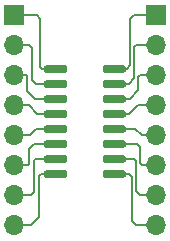
<source format=gtl>
G04 #@! TF.GenerationSoftware,KiCad,Pcbnew,(5.1.5)-3*
G04 #@! TF.CreationDate,2020-08-07T02:09:01-04:00*
G04 #@! TF.ProjectId,SOIC-16,534f4943-2d31-4362-9e6b-696361645f70,rev?*
G04 #@! TF.SameCoordinates,Original*
G04 #@! TF.FileFunction,Copper,L1,Top*
G04 #@! TF.FilePolarity,Positive*
%FSLAX46Y46*%
G04 Gerber Fmt 4.6, Leading zero omitted, Abs format (unit mm)*
G04 Created by KiCad (PCBNEW (5.1.5)-3) date 2020-08-07 02:09:01*
%MOMM*%
%LPD*%
G04 APERTURE LIST*
%ADD10O,1.700000X1.700000*%
%ADD11R,1.700000X1.700000*%
%ADD12C,0.100000*%
%ADD13C,0.152400*%
G04 APERTURE END LIST*
D10*
X131300000Y-91480000D03*
X131300000Y-88940000D03*
X131300000Y-86400000D03*
X131300000Y-83860000D03*
X131300000Y-81320000D03*
X131300000Y-78780000D03*
X131300000Y-76240000D03*
D11*
X131300000Y-73700000D03*
D10*
X119300000Y-91480000D03*
X119300000Y-88940000D03*
X119300000Y-86400000D03*
X119300000Y-83860000D03*
X119300000Y-81320000D03*
X119300000Y-78780000D03*
X119300000Y-76240000D03*
D11*
X119300000Y-73700000D03*
G04 #@! TA.AperFunction,SMDPad,CuDef*
D12*
G36*
X128614703Y-77955722D02*
G01*
X128629264Y-77957882D01*
X128643543Y-77961459D01*
X128657403Y-77966418D01*
X128670710Y-77972712D01*
X128683336Y-77980280D01*
X128695159Y-77989048D01*
X128706066Y-77998934D01*
X128715952Y-78009841D01*
X128724720Y-78021664D01*
X128732288Y-78034290D01*
X128738582Y-78047597D01*
X128743541Y-78061457D01*
X128747118Y-78075736D01*
X128749278Y-78090297D01*
X128750000Y-78105000D01*
X128750000Y-78405000D01*
X128749278Y-78419703D01*
X128747118Y-78434264D01*
X128743541Y-78448543D01*
X128738582Y-78462403D01*
X128732288Y-78475710D01*
X128724720Y-78488336D01*
X128715952Y-78500159D01*
X128706066Y-78511066D01*
X128695159Y-78520952D01*
X128683336Y-78529720D01*
X128670710Y-78537288D01*
X128657403Y-78543582D01*
X128643543Y-78548541D01*
X128629264Y-78552118D01*
X128614703Y-78554278D01*
X128600000Y-78555000D01*
X126950000Y-78555000D01*
X126935297Y-78554278D01*
X126920736Y-78552118D01*
X126906457Y-78548541D01*
X126892597Y-78543582D01*
X126879290Y-78537288D01*
X126866664Y-78529720D01*
X126854841Y-78520952D01*
X126843934Y-78511066D01*
X126834048Y-78500159D01*
X126825280Y-78488336D01*
X126817712Y-78475710D01*
X126811418Y-78462403D01*
X126806459Y-78448543D01*
X126802882Y-78434264D01*
X126800722Y-78419703D01*
X126800000Y-78405000D01*
X126800000Y-78105000D01*
X126800722Y-78090297D01*
X126802882Y-78075736D01*
X126806459Y-78061457D01*
X126811418Y-78047597D01*
X126817712Y-78034290D01*
X126825280Y-78021664D01*
X126834048Y-78009841D01*
X126843934Y-77998934D01*
X126854841Y-77989048D01*
X126866664Y-77980280D01*
X126879290Y-77972712D01*
X126892597Y-77966418D01*
X126906457Y-77961459D01*
X126920736Y-77957882D01*
X126935297Y-77955722D01*
X126950000Y-77955000D01*
X128600000Y-77955000D01*
X128614703Y-77955722D01*
G37*
G04 #@! TD.AperFunction*
G04 #@! TA.AperFunction,SMDPad,CuDef*
G36*
X128614703Y-79225722D02*
G01*
X128629264Y-79227882D01*
X128643543Y-79231459D01*
X128657403Y-79236418D01*
X128670710Y-79242712D01*
X128683336Y-79250280D01*
X128695159Y-79259048D01*
X128706066Y-79268934D01*
X128715952Y-79279841D01*
X128724720Y-79291664D01*
X128732288Y-79304290D01*
X128738582Y-79317597D01*
X128743541Y-79331457D01*
X128747118Y-79345736D01*
X128749278Y-79360297D01*
X128750000Y-79375000D01*
X128750000Y-79675000D01*
X128749278Y-79689703D01*
X128747118Y-79704264D01*
X128743541Y-79718543D01*
X128738582Y-79732403D01*
X128732288Y-79745710D01*
X128724720Y-79758336D01*
X128715952Y-79770159D01*
X128706066Y-79781066D01*
X128695159Y-79790952D01*
X128683336Y-79799720D01*
X128670710Y-79807288D01*
X128657403Y-79813582D01*
X128643543Y-79818541D01*
X128629264Y-79822118D01*
X128614703Y-79824278D01*
X128600000Y-79825000D01*
X126950000Y-79825000D01*
X126935297Y-79824278D01*
X126920736Y-79822118D01*
X126906457Y-79818541D01*
X126892597Y-79813582D01*
X126879290Y-79807288D01*
X126866664Y-79799720D01*
X126854841Y-79790952D01*
X126843934Y-79781066D01*
X126834048Y-79770159D01*
X126825280Y-79758336D01*
X126817712Y-79745710D01*
X126811418Y-79732403D01*
X126806459Y-79718543D01*
X126802882Y-79704264D01*
X126800722Y-79689703D01*
X126800000Y-79675000D01*
X126800000Y-79375000D01*
X126800722Y-79360297D01*
X126802882Y-79345736D01*
X126806459Y-79331457D01*
X126811418Y-79317597D01*
X126817712Y-79304290D01*
X126825280Y-79291664D01*
X126834048Y-79279841D01*
X126843934Y-79268934D01*
X126854841Y-79259048D01*
X126866664Y-79250280D01*
X126879290Y-79242712D01*
X126892597Y-79236418D01*
X126906457Y-79231459D01*
X126920736Y-79227882D01*
X126935297Y-79225722D01*
X126950000Y-79225000D01*
X128600000Y-79225000D01*
X128614703Y-79225722D01*
G37*
G04 #@! TD.AperFunction*
G04 #@! TA.AperFunction,SMDPad,CuDef*
G36*
X128614703Y-80495722D02*
G01*
X128629264Y-80497882D01*
X128643543Y-80501459D01*
X128657403Y-80506418D01*
X128670710Y-80512712D01*
X128683336Y-80520280D01*
X128695159Y-80529048D01*
X128706066Y-80538934D01*
X128715952Y-80549841D01*
X128724720Y-80561664D01*
X128732288Y-80574290D01*
X128738582Y-80587597D01*
X128743541Y-80601457D01*
X128747118Y-80615736D01*
X128749278Y-80630297D01*
X128750000Y-80645000D01*
X128750000Y-80945000D01*
X128749278Y-80959703D01*
X128747118Y-80974264D01*
X128743541Y-80988543D01*
X128738582Y-81002403D01*
X128732288Y-81015710D01*
X128724720Y-81028336D01*
X128715952Y-81040159D01*
X128706066Y-81051066D01*
X128695159Y-81060952D01*
X128683336Y-81069720D01*
X128670710Y-81077288D01*
X128657403Y-81083582D01*
X128643543Y-81088541D01*
X128629264Y-81092118D01*
X128614703Y-81094278D01*
X128600000Y-81095000D01*
X126950000Y-81095000D01*
X126935297Y-81094278D01*
X126920736Y-81092118D01*
X126906457Y-81088541D01*
X126892597Y-81083582D01*
X126879290Y-81077288D01*
X126866664Y-81069720D01*
X126854841Y-81060952D01*
X126843934Y-81051066D01*
X126834048Y-81040159D01*
X126825280Y-81028336D01*
X126817712Y-81015710D01*
X126811418Y-81002403D01*
X126806459Y-80988543D01*
X126802882Y-80974264D01*
X126800722Y-80959703D01*
X126800000Y-80945000D01*
X126800000Y-80645000D01*
X126800722Y-80630297D01*
X126802882Y-80615736D01*
X126806459Y-80601457D01*
X126811418Y-80587597D01*
X126817712Y-80574290D01*
X126825280Y-80561664D01*
X126834048Y-80549841D01*
X126843934Y-80538934D01*
X126854841Y-80529048D01*
X126866664Y-80520280D01*
X126879290Y-80512712D01*
X126892597Y-80506418D01*
X126906457Y-80501459D01*
X126920736Y-80497882D01*
X126935297Y-80495722D01*
X126950000Y-80495000D01*
X128600000Y-80495000D01*
X128614703Y-80495722D01*
G37*
G04 #@! TD.AperFunction*
G04 #@! TA.AperFunction,SMDPad,CuDef*
G36*
X128614703Y-81765722D02*
G01*
X128629264Y-81767882D01*
X128643543Y-81771459D01*
X128657403Y-81776418D01*
X128670710Y-81782712D01*
X128683336Y-81790280D01*
X128695159Y-81799048D01*
X128706066Y-81808934D01*
X128715952Y-81819841D01*
X128724720Y-81831664D01*
X128732288Y-81844290D01*
X128738582Y-81857597D01*
X128743541Y-81871457D01*
X128747118Y-81885736D01*
X128749278Y-81900297D01*
X128750000Y-81915000D01*
X128750000Y-82215000D01*
X128749278Y-82229703D01*
X128747118Y-82244264D01*
X128743541Y-82258543D01*
X128738582Y-82272403D01*
X128732288Y-82285710D01*
X128724720Y-82298336D01*
X128715952Y-82310159D01*
X128706066Y-82321066D01*
X128695159Y-82330952D01*
X128683336Y-82339720D01*
X128670710Y-82347288D01*
X128657403Y-82353582D01*
X128643543Y-82358541D01*
X128629264Y-82362118D01*
X128614703Y-82364278D01*
X128600000Y-82365000D01*
X126950000Y-82365000D01*
X126935297Y-82364278D01*
X126920736Y-82362118D01*
X126906457Y-82358541D01*
X126892597Y-82353582D01*
X126879290Y-82347288D01*
X126866664Y-82339720D01*
X126854841Y-82330952D01*
X126843934Y-82321066D01*
X126834048Y-82310159D01*
X126825280Y-82298336D01*
X126817712Y-82285710D01*
X126811418Y-82272403D01*
X126806459Y-82258543D01*
X126802882Y-82244264D01*
X126800722Y-82229703D01*
X126800000Y-82215000D01*
X126800000Y-81915000D01*
X126800722Y-81900297D01*
X126802882Y-81885736D01*
X126806459Y-81871457D01*
X126811418Y-81857597D01*
X126817712Y-81844290D01*
X126825280Y-81831664D01*
X126834048Y-81819841D01*
X126843934Y-81808934D01*
X126854841Y-81799048D01*
X126866664Y-81790280D01*
X126879290Y-81782712D01*
X126892597Y-81776418D01*
X126906457Y-81771459D01*
X126920736Y-81767882D01*
X126935297Y-81765722D01*
X126950000Y-81765000D01*
X128600000Y-81765000D01*
X128614703Y-81765722D01*
G37*
G04 #@! TD.AperFunction*
G04 #@! TA.AperFunction,SMDPad,CuDef*
G36*
X128614703Y-83035722D02*
G01*
X128629264Y-83037882D01*
X128643543Y-83041459D01*
X128657403Y-83046418D01*
X128670710Y-83052712D01*
X128683336Y-83060280D01*
X128695159Y-83069048D01*
X128706066Y-83078934D01*
X128715952Y-83089841D01*
X128724720Y-83101664D01*
X128732288Y-83114290D01*
X128738582Y-83127597D01*
X128743541Y-83141457D01*
X128747118Y-83155736D01*
X128749278Y-83170297D01*
X128750000Y-83185000D01*
X128750000Y-83485000D01*
X128749278Y-83499703D01*
X128747118Y-83514264D01*
X128743541Y-83528543D01*
X128738582Y-83542403D01*
X128732288Y-83555710D01*
X128724720Y-83568336D01*
X128715952Y-83580159D01*
X128706066Y-83591066D01*
X128695159Y-83600952D01*
X128683336Y-83609720D01*
X128670710Y-83617288D01*
X128657403Y-83623582D01*
X128643543Y-83628541D01*
X128629264Y-83632118D01*
X128614703Y-83634278D01*
X128600000Y-83635000D01*
X126950000Y-83635000D01*
X126935297Y-83634278D01*
X126920736Y-83632118D01*
X126906457Y-83628541D01*
X126892597Y-83623582D01*
X126879290Y-83617288D01*
X126866664Y-83609720D01*
X126854841Y-83600952D01*
X126843934Y-83591066D01*
X126834048Y-83580159D01*
X126825280Y-83568336D01*
X126817712Y-83555710D01*
X126811418Y-83542403D01*
X126806459Y-83528543D01*
X126802882Y-83514264D01*
X126800722Y-83499703D01*
X126800000Y-83485000D01*
X126800000Y-83185000D01*
X126800722Y-83170297D01*
X126802882Y-83155736D01*
X126806459Y-83141457D01*
X126811418Y-83127597D01*
X126817712Y-83114290D01*
X126825280Y-83101664D01*
X126834048Y-83089841D01*
X126843934Y-83078934D01*
X126854841Y-83069048D01*
X126866664Y-83060280D01*
X126879290Y-83052712D01*
X126892597Y-83046418D01*
X126906457Y-83041459D01*
X126920736Y-83037882D01*
X126935297Y-83035722D01*
X126950000Y-83035000D01*
X128600000Y-83035000D01*
X128614703Y-83035722D01*
G37*
G04 #@! TD.AperFunction*
G04 #@! TA.AperFunction,SMDPad,CuDef*
G36*
X128614703Y-84305722D02*
G01*
X128629264Y-84307882D01*
X128643543Y-84311459D01*
X128657403Y-84316418D01*
X128670710Y-84322712D01*
X128683336Y-84330280D01*
X128695159Y-84339048D01*
X128706066Y-84348934D01*
X128715952Y-84359841D01*
X128724720Y-84371664D01*
X128732288Y-84384290D01*
X128738582Y-84397597D01*
X128743541Y-84411457D01*
X128747118Y-84425736D01*
X128749278Y-84440297D01*
X128750000Y-84455000D01*
X128750000Y-84755000D01*
X128749278Y-84769703D01*
X128747118Y-84784264D01*
X128743541Y-84798543D01*
X128738582Y-84812403D01*
X128732288Y-84825710D01*
X128724720Y-84838336D01*
X128715952Y-84850159D01*
X128706066Y-84861066D01*
X128695159Y-84870952D01*
X128683336Y-84879720D01*
X128670710Y-84887288D01*
X128657403Y-84893582D01*
X128643543Y-84898541D01*
X128629264Y-84902118D01*
X128614703Y-84904278D01*
X128600000Y-84905000D01*
X126950000Y-84905000D01*
X126935297Y-84904278D01*
X126920736Y-84902118D01*
X126906457Y-84898541D01*
X126892597Y-84893582D01*
X126879290Y-84887288D01*
X126866664Y-84879720D01*
X126854841Y-84870952D01*
X126843934Y-84861066D01*
X126834048Y-84850159D01*
X126825280Y-84838336D01*
X126817712Y-84825710D01*
X126811418Y-84812403D01*
X126806459Y-84798543D01*
X126802882Y-84784264D01*
X126800722Y-84769703D01*
X126800000Y-84755000D01*
X126800000Y-84455000D01*
X126800722Y-84440297D01*
X126802882Y-84425736D01*
X126806459Y-84411457D01*
X126811418Y-84397597D01*
X126817712Y-84384290D01*
X126825280Y-84371664D01*
X126834048Y-84359841D01*
X126843934Y-84348934D01*
X126854841Y-84339048D01*
X126866664Y-84330280D01*
X126879290Y-84322712D01*
X126892597Y-84316418D01*
X126906457Y-84311459D01*
X126920736Y-84307882D01*
X126935297Y-84305722D01*
X126950000Y-84305000D01*
X128600000Y-84305000D01*
X128614703Y-84305722D01*
G37*
G04 #@! TD.AperFunction*
G04 #@! TA.AperFunction,SMDPad,CuDef*
G36*
X128614703Y-85575722D02*
G01*
X128629264Y-85577882D01*
X128643543Y-85581459D01*
X128657403Y-85586418D01*
X128670710Y-85592712D01*
X128683336Y-85600280D01*
X128695159Y-85609048D01*
X128706066Y-85618934D01*
X128715952Y-85629841D01*
X128724720Y-85641664D01*
X128732288Y-85654290D01*
X128738582Y-85667597D01*
X128743541Y-85681457D01*
X128747118Y-85695736D01*
X128749278Y-85710297D01*
X128750000Y-85725000D01*
X128750000Y-86025000D01*
X128749278Y-86039703D01*
X128747118Y-86054264D01*
X128743541Y-86068543D01*
X128738582Y-86082403D01*
X128732288Y-86095710D01*
X128724720Y-86108336D01*
X128715952Y-86120159D01*
X128706066Y-86131066D01*
X128695159Y-86140952D01*
X128683336Y-86149720D01*
X128670710Y-86157288D01*
X128657403Y-86163582D01*
X128643543Y-86168541D01*
X128629264Y-86172118D01*
X128614703Y-86174278D01*
X128600000Y-86175000D01*
X126950000Y-86175000D01*
X126935297Y-86174278D01*
X126920736Y-86172118D01*
X126906457Y-86168541D01*
X126892597Y-86163582D01*
X126879290Y-86157288D01*
X126866664Y-86149720D01*
X126854841Y-86140952D01*
X126843934Y-86131066D01*
X126834048Y-86120159D01*
X126825280Y-86108336D01*
X126817712Y-86095710D01*
X126811418Y-86082403D01*
X126806459Y-86068543D01*
X126802882Y-86054264D01*
X126800722Y-86039703D01*
X126800000Y-86025000D01*
X126800000Y-85725000D01*
X126800722Y-85710297D01*
X126802882Y-85695736D01*
X126806459Y-85681457D01*
X126811418Y-85667597D01*
X126817712Y-85654290D01*
X126825280Y-85641664D01*
X126834048Y-85629841D01*
X126843934Y-85618934D01*
X126854841Y-85609048D01*
X126866664Y-85600280D01*
X126879290Y-85592712D01*
X126892597Y-85586418D01*
X126906457Y-85581459D01*
X126920736Y-85577882D01*
X126935297Y-85575722D01*
X126950000Y-85575000D01*
X128600000Y-85575000D01*
X128614703Y-85575722D01*
G37*
G04 #@! TD.AperFunction*
G04 #@! TA.AperFunction,SMDPad,CuDef*
G36*
X128614703Y-86845722D02*
G01*
X128629264Y-86847882D01*
X128643543Y-86851459D01*
X128657403Y-86856418D01*
X128670710Y-86862712D01*
X128683336Y-86870280D01*
X128695159Y-86879048D01*
X128706066Y-86888934D01*
X128715952Y-86899841D01*
X128724720Y-86911664D01*
X128732288Y-86924290D01*
X128738582Y-86937597D01*
X128743541Y-86951457D01*
X128747118Y-86965736D01*
X128749278Y-86980297D01*
X128750000Y-86995000D01*
X128750000Y-87295000D01*
X128749278Y-87309703D01*
X128747118Y-87324264D01*
X128743541Y-87338543D01*
X128738582Y-87352403D01*
X128732288Y-87365710D01*
X128724720Y-87378336D01*
X128715952Y-87390159D01*
X128706066Y-87401066D01*
X128695159Y-87410952D01*
X128683336Y-87419720D01*
X128670710Y-87427288D01*
X128657403Y-87433582D01*
X128643543Y-87438541D01*
X128629264Y-87442118D01*
X128614703Y-87444278D01*
X128600000Y-87445000D01*
X126950000Y-87445000D01*
X126935297Y-87444278D01*
X126920736Y-87442118D01*
X126906457Y-87438541D01*
X126892597Y-87433582D01*
X126879290Y-87427288D01*
X126866664Y-87419720D01*
X126854841Y-87410952D01*
X126843934Y-87401066D01*
X126834048Y-87390159D01*
X126825280Y-87378336D01*
X126817712Y-87365710D01*
X126811418Y-87352403D01*
X126806459Y-87338543D01*
X126802882Y-87324264D01*
X126800722Y-87309703D01*
X126800000Y-87295000D01*
X126800000Y-86995000D01*
X126800722Y-86980297D01*
X126802882Y-86965736D01*
X126806459Y-86951457D01*
X126811418Y-86937597D01*
X126817712Y-86924290D01*
X126825280Y-86911664D01*
X126834048Y-86899841D01*
X126843934Y-86888934D01*
X126854841Y-86879048D01*
X126866664Y-86870280D01*
X126879290Y-86862712D01*
X126892597Y-86856418D01*
X126906457Y-86851459D01*
X126920736Y-86847882D01*
X126935297Y-86845722D01*
X126950000Y-86845000D01*
X128600000Y-86845000D01*
X128614703Y-86845722D01*
G37*
G04 #@! TD.AperFunction*
G04 #@! TA.AperFunction,SMDPad,CuDef*
G36*
X123664703Y-86845722D02*
G01*
X123679264Y-86847882D01*
X123693543Y-86851459D01*
X123707403Y-86856418D01*
X123720710Y-86862712D01*
X123733336Y-86870280D01*
X123745159Y-86879048D01*
X123756066Y-86888934D01*
X123765952Y-86899841D01*
X123774720Y-86911664D01*
X123782288Y-86924290D01*
X123788582Y-86937597D01*
X123793541Y-86951457D01*
X123797118Y-86965736D01*
X123799278Y-86980297D01*
X123800000Y-86995000D01*
X123800000Y-87295000D01*
X123799278Y-87309703D01*
X123797118Y-87324264D01*
X123793541Y-87338543D01*
X123788582Y-87352403D01*
X123782288Y-87365710D01*
X123774720Y-87378336D01*
X123765952Y-87390159D01*
X123756066Y-87401066D01*
X123745159Y-87410952D01*
X123733336Y-87419720D01*
X123720710Y-87427288D01*
X123707403Y-87433582D01*
X123693543Y-87438541D01*
X123679264Y-87442118D01*
X123664703Y-87444278D01*
X123650000Y-87445000D01*
X122000000Y-87445000D01*
X121985297Y-87444278D01*
X121970736Y-87442118D01*
X121956457Y-87438541D01*
X121942597Y-87433582D01*
X121929290Y-87427288D01*
X121916664Y-87419720D01*
X121904841Y-87410952D01*
X121893934Y-87401066D01*
X121884048Y-87390159D01*
X121875280Y-87378336D01*
X121867712Y-87365710D01*
X121861418Y-87352403D01*
X121856459Y-87338543D01*
X121852882Y-87324264D01*
X121850722Y-87309703D01*
X121850000Y-87295000D01*
X121850000Y-86995000D01*
X121850722Y-86980297D01*
X121852882Y-86965736D01*
X121856459Y-86951457D01*
X121861418Y-86937597D01*
X121867712Y-86924290D01*
X121875280Y-86911664D01*
X121884048Y-86899841D01*
X121893934Y-86888934D01*
X121904841Y-86879048D01*
X121916664Y-86870280D01*
X121929290Y-86862712D01*
X121942597Y-86856418D01*
X121956457Y-86851459D01*
X121970736Y-86847882D01*
X121985297Y-86845722D01*
X122000000Y-86845000D01*
X123650000Y-86845000D01*
X123664703Y-86845722D01*
G37*
G04 #@! TD.AperFunction*
G04 #@! TA.AperFunction,SMDPad,CuDef*
G36*
X123664703Y-85575722D02*
G01*
X123679264Y-85577882D01*
X123693543Y-85581459D01*
X123707403Y-85586418D01*
X123720710Y-85592712D01*
X123733336Y-85600280D01*
X123745159Y-85609048D01*
X123756066Y-85618934D01*
X123765952Y-85629841D01*
X123774720Y-85641664D01*
X123782288Y-85654290D01*
X123788582Y-85667597D01*
X123793541Y-85681457D01*
X123797118Y-85695736D01*
X123799278Y-85710297D01*
X123800000Y-85725000D01*
X123800000Y-86025000D01*
X123799278Y-86039703D01*
X123797118Y-86054264D01*
X123793541Y-86068543D01*
X123788582Y-86082403D01*
X123782288Y-86095710D01*
X123774720Y-86108336D01*
X123765952Y-86120159D01*
X123756066Y-86131066D01*
X123745159Y-86140952D01*
X123733336Y-86149720D01*
X123720710Y-86157288D01*
X123707403Y-86163582D01*
X123693543Y-86168541D01*
X123679264Y-86172118D01*
X123664703Y-86174278D01*
X123650000Y-86175000D01*
X122000000Y-86175000D01*
X121985297Y-86174278D01*
X121970736Y-86172118D01*
X121956457Y-86168541D01*
X121942597Y-86163582D01*
X121929290Y-86157288D01*
X121916664Y-86149720D01*
X121904841Y-86140952D01*
X121893934Y-86131066D01*
X121884048Y-86120159D01*
X121875280Y-86108336D01*
X121867712Y-86095710D01*
X121861418Y-86082403D01*
X121856459Y-86068543D01*
X121852882Y-86054264D01*
X121850722Y-86039703D01*
X121850000Y-86025000D01*
X121850000Y-85725000D01*
X121850722Y-85710297D01*
X121852882Y-85695736D01*
X121856459Y-85681457D01*
X121861418Y-85667597D01*
X121867712Y-85654290D01*
X121875280Y-85641664D01*
X121884048Y-85629841D01*
X121893934Y-85618934D01*
X121904841Y-85609048D01*
X121916664Y-85600280D01*
X121929290Y-85592712D01*
X121942597Y-85586418D01*
X121956457Y-85581459D01*
X121970736Y-85577882D01*
X121985297Y-85575722D01*
X122000000Y-85575000D01*
X123650000Y-85575000D01*
X123664703Y-85575722D01*
G37*
G04 #@! TD.AperFunction*
G04 #@! TA.AperFunction,SMDPad,CuDef*
G36*
X123664703Y-84305722D02*
G01*
X123679264Y-84307882D01*
X123693543Y-84311459D01*
X123707403Y-84316418D01*
X123720710Y-84322712D01*
X123733336Y-84330280D01*
X123745159Y-84339048D01*
X123756066Y-84348934D01*
X123765952Y-84359841D01*
X123774720Y-84371664D01*
X123782288Y-84384290D01*
X123788582Y-84397597D01*
X123793541Y-84411457D01*
X123797118Y-84425736D01*
X123799278Y-84440297D01*
X123800000Y-84455000D01*
X123800000Y-84755000D01*
X123799278Y-84769703D01*
X123797118Y-84784264D01*
X123793541Y-84798543D01*
X123788582Y-84812403D01*
X123782288Y-84825710D01*
X123774720Y-84838336D01*
X123765952Y-84850159D01*
X123756066Y-84861066D01*
X123745159Y-84870952D01*
X123733336Y-84879720D01*
X123720710Y-84887288D01*
X123707403Y-84893582D01*
X123693543Y-84898541D01*
X123679264Y-84902118D01*
X123664703Y-84904278D01*
X123650000Y-84905000D01*
X122000000Y-84905000D01*
X121985297Y-84904278D01*
X121970736Y-84902118D01*
X121956457Y-84898541D01*
X121942597Y-84893582D01*
X121929290Y-84887288D01*
X121916664Y-84879720D01*
X121904841Y-84870952D01*
X121893934Y-84861066D01*
X121884048Y-84850159D01*
X121875280Y-84838336D01*
X121867712Y-84825710D01*
X121861418Y-84812403D01*
X121856459Y-84798543D01*
X121852882Y-84784264D01*
X121850722Y-84769703D01*
X121850000Y-84755000D01*
X121850000Y-84455000D01*
X121850722Y-84440297D01*
X121852882Y-84425736D01*
X121856459Y-84411457D01*
X121861418Y-84397597D01*
X121867712Y-84384290D01*
X121875280Y-84371664D01*
X121884048Y-84359841D01*
X121893934Y-84348934D01*
X121904841Y-84339048D01*
X121916664Y-84330280D01*
X121929290Y-84322712D01*
X121942597Y-84316418D01*
X121956457Y-84311459D01*
X121970736Y-84307882D01*
X121985297Y-84305722D01*
X122000000Y-84305000D01*
X123650000Y-84305000D01*
X123664703Y-84305722D01*
G37*
G04 #@! TD.AperFunction*
G04 #@! TA.AperFunction,SMDPad,CuDef*
G36*
X123664703Y-83035722D02*
G01*
X123679264Y-83037882D01*
X123693543Y-83041459D01*
X123707403Y-83046418D01*
X123720710Y-83052712D01*
X123733336Y-83060280D01*
X123745159Y-83069048D01*
X123756066Y-83078934D01*
X123765952Y-83089841D01*
X123774720Y-83101664D01*
X123782288Y-83114290D01*
X123788582Y-83127597D01*
X123793541Y-83141457D01*
X123797118Y-83155736D01*
X123799278Y-83170297D01*
X123800000Y-83185000D01*
X123800000Y-83485000D01*
X123799278Y-83499703D01*
X123797118Y-83514264D01*
X123793541Y-83528543D01*
X123788582Y-83542403D01*
X123782288Y-83555710D01*
X123774720Y-83568336D01*
X123765952Y-83580159D01*
X123756066Y-83591066D01*
X123745159Y-83600952D01*
X123733336Y-83609720D01*
X123720710Y-83617288D01*
X123707403Y-83623582D01*
X123693543Y-83628541D01*
X123679264Y-83632118D01*
X123664703Y-83634278D01*
X123650000Y-83635000D01*
X122000000Y-83635000D01*
X121985297Y-83634278D01*
X121970736Y-83632118D01*
X121956457Y-83628541D01*
X121942597Y-83623582D01*
X121929290Y-83617288D01*
X121916664Y-83609720D01*
X121904841Y-83600952D01*
X121893934Y-83591066D01*
X121884048Y-83580159D01*
X121875280Y-83568336D01*
X121867712Y-83555710D01*
X121861418Y-83542403D01*
X121856459Y-83528543D01*
X121852882Y-83514264D01*
X121850722Y-83499703D01*
X121850000Y-83485000D01*
X121850000Y-83185000D01*
X121850722Y-83170297D01*
X121852882Y-83155736D01*
X121856459Y-83141457D01*
X121861418Y-83127597D01*
X121867712Y-83114290D01*
X121875280Y-83101664D01*
X121884048Y-83089841D01*
X121893934Y-83078934D01*
X121904841Y-83069048D01*
X121916664Y-83060280D01*
X121929290Y-83052712D01*
X121942597Y-83046418D01*
X121956457Y-83041459D01*
X121970736Y-83037882D01*
X121985297Y-83035722D01*
X122000000Y-83035000D01*
X123650000Y-83035000D01*
X123664703Y-83035722D01*
G37*
G04 #@! TD.AperFunction*
G04 #@! TA.AperFunction,SMDPad,CuDef*
G36*
X123664703Y-81765722D02*
G01*
X123679264Y-81767882D01*
X123693543Y-81771459D01*
X123707403Y-81776418D01*
X123720710Y-81782712D01*
X123733336Y-81790280D01*
X123745159Y-81799048D01*
X123756066Y-81808934D01*
X123765952Y-81819841D01*
X123774720Y-81831664D01*
X123782288Y-81844290D01*
X123788582Y-81857597D01*
X123793541Y-81871457D01*
X123797118Y-81885736D01*
X123799278Y-81900297D01*
X123800000Y-81915000D01*
X123800000Y-82215000D01*
X123799278Y-82229703D01*
X123797118Y-82244264D01*
X123793541Y-82258543D01*
X123788582Y-82272403D01*
X123782288Y-82285710D01*
X123774720Y-82298336D01*
X123765952Y-82310159D01*
X123756066Y-82321066D01*
X123745159Y-82330952D01*
X123733336Y-82339720D01*
X123720710Y-82347288D01*
X123707403Y-82353582D01*
X123693543Y-82358541D01*
X123679264Y-82362118D01*
X123664703Y-82364278D01*
X123650000Y-82365000D01*
X122000000Y-82365000D01*
X121985297Y-82364278D01*
X121970736Y-82362118D01*
X121956457Y-82358541D01*
X121942597Y-82353582D01*
X121929290Y-82347288D01*
X121916664Y-82339720D01*
X121904841Y-82330952D01*
X121893934Y-82321066D01*
X121884048Y-82310159D01*
X121875280Y-82298336D01*
X121867712Y-82285710D01*
X121861418Y-82272403D01*
X121856459Y-82258543D01*
X121852882Y-82244264D01*
X121850722Y-82229703D01*
X121850000Y-82215000D01*
X121850000Y-81915000D01*
X121850722Y-81900297D01*
X121852882Y-81885736D01*
X121856459Y-81871457D01*
X121861418Y-81857597D01*
X121867712Y-81844290D01*
X121875280Y-81831664D01*
X121884048Y-81819841D01*
X121893934Y-81808934D01*
X121904841Y-81799048D01*
X121916664Y-81790280D01*
X121929290Y-81782712D01*
X121942597Y-81776418D01*
X121956457Y-81771459D01*
X121970736Y-81767882D01*
X121985297Y-81765722D01*
X122000000Y-81765000D01*
X123650000Y-81765000D01*
X123664703Y-81765722D01*
G37*
G04 #@! TD.AperFunction*
G04 #@! TA.AperFunction,SMDPad,CuDef*
G36*
X123664703Y-80495722D02*
G01*
X123679264Y-80497882D01*
X123693543Y-80501459D01*
X123707403Y-80506418D01*
X123720710Y-80512712D01*
X123733336Y-80520280D01*
X123745159Y-80529048D01*
X123756066Y-80538934D01*
X123765952Y-80549841D01*
X123774720Y-80561664D01*
X123782288Y-80574290D01*
X123788582Y-80587597D01*
X123793541Y-80601457D01*
X123797118Y-80615736D01*
X123799278Y-80630297D01*
X123800000Y-80645000D01*
X123800000Y-80945000D01*
X123799278Y-80959703D01*
X123797118Y-80974264D01*
X123793541Y-80988543D01*
X123788582Y-81002403D01*
X123782288Y-81015710D01*
X123774720Y-81028336D01*
X123765952Y-81040159D01*
X123756066Y-81051066D01*
X123745159Y-81060952D01*
X123733336Y-81069720D01*
X123720710Y-81077288D01*
X123707403Y-81083582D01*
X123693543Y-81088541D01*
X123679264Y-81092118D01*
X123664703Y-81094278D01*
X123650000Y-81095000D01*
X122000000Y-81095000D01*
X121985297Y-81094278D01*
X121970736Y-81092118D01*
X121956457Y-81088541D01*
X121942597Y-81083582D01*
X121929290Y-81077288D01*
X121916664Y-81069720D01*
X121904841Y-81060952D01*
X121893934Y-81051066D01*
X121884048Y-81040159D01*
X121875280Y-81028336D01*
X121867712Y-81015710D01*
X121861418Y-81002403D01*
X121856459Y-80988543D01*
X121852882Y-80974264D01*
X121850722Y-80959703D01*
X121850000Y-80945000D01*
X121850000Y-80645000D01*
X121850722Y-80630297D01*
X121852882Y-80615736D01*
X121856459Y-80601457D01*
X121861418Y-80587597D01*
X121867712Y-80574290D01*
X121875280Y-80561664D01*
X121884048Y-80549841D01*
X121893934Y-80538934D01*
X121904841Y-80529048D01*
X121916664Y-80520280D01*
X121929290Y-80512712D01*
X121942597Y-80506418D01*
X121956457Y-80501459D01*
X121970736Y-80497882D01*
X121985297Y-80495722D01*
X122000000Y-80495000D01*
X123650000Y-80495000D01*
X123664703Y-80495722D01*
G37*
G04 #@! TD.AperFunction*
G04 #@! TA.AperFunction,SMDPad,CuDef*
G36*
X123664703Y-79225722D02*
G01*
X123679264Y-79227882D01*
X123693543Y-79231459D01*
X123707403Y-79236418D01*
X123720710Y-79242712D01*
X123733336Y-79250280D01*
X123745159Y-79259048D01*
X123756066Y-79268934D01*
X123765952Y-79279841D01*
X123774720Y-79291664D01*
X123782288Y-79304290D01*
X123788582Y-79317597D01*
X123793541Y-79331457D01*
X123797118Y-79345736D01*
X123799278Y-79360297D01*
X123800000Y-79375000D01*
X123800000Y-79675000D01*
X123799278Y-79689703D01*
X123797118Y-79704264D01*
X123793541Y-79718543D01*
X123788582Y-79732403D01*
X123782288Y-79745710D01*
X123774720Y-79758336D01*
X123765952Y-79770159D01*
X123756066Y-79781066D01*
X123745159Y-79790952D01*
X123733336Y-79799720D01*
X123720710Y-79807288D01*
X123707403Y-79813582D01*
X123693543Y-79818541D01*
X123679264Y-79822118D01*
X123664703Y-79824278D01*
X123650000Y-79825000D01*
X122000000Y-79825000D01*
X121985297Y-79824278D01*
X121970736Y-79822118D01*
X121956457Y-79818541D01*
X121942597Y-79813582D01*
X121929290Y-79807288D01*
X121916664Y-79799720D01*
X121904841Y-79790952D01*
X121893934Y-79781066D01*
X121884048Y-79770159D01*
X121875280Y-79758336D01*
X121867712Y-79745710D01*
X121861418Y-79732403D01*
X121856459Y-79718543D01*
X121852882Y-79704264D01*
X121850722Y-79689703D01*
X121850000Y-79675000D01*
X121850000Y-79375000D01*
X121850722Y-79360297D01*
X121852882Y-79345736D01*
X121856459Y-79331457D01*
X121861418Y-79317597D01*
X121867712Y-79304290D01*
X121875280Y-79291664D01*
X121884048Y-79279841D01*
X121893934Y-79268934D01*
X121904841Y-79259048D01*
X121916664Y-79250280D01*
X121929290Y-79242712D01*
X121942597Y-79236418D01*
X121956457Y-79231459D01*
X121970736Y-79227882D01*
X121985297Y-79225722D01*
X122000000Y-79225000D01*
X123650000Y-79225000D01*
X123664703Y-79225722D01*
G37*
G04 #@! TD.AperFunction*
G04 #@! TA.AperFunction,SMDPad,CuDef*
G36*
X123664703Y-77955722D02*
G01*
X123679264Y-77957882D01*
X123693543Y-77961459D01*
X123707403Y-77966418D01*
X123720710Y-77972712D01*
X123733336Y-77980280D01*
X123745159Y-77989048D01*
X123756066Y-77998934D01*
X123765952Y-78009841D01*
X123774720Y-78021664D01*
X123782288Y-78034290D01*
X123788582Y-78047597D01*
X123793541Y-78061457D01*
X123797118Y-78075736D01*
X123799278Y-78090297D01*
X123800000Y-78105000D01*
X123800000Y-78405000D01*
X123799278Y-78419703D01*
X123797118Y-78434264D01*
X123793541Y-78448543D01*
X123788582Y-78462403D01*
X123782288Y-78475710D01*
X123774720Y-78488336D01*
X123765952Y-78500159D01*
X123756066Y-78511066D01*
X123745159Y-78520952D01*
X123733336Y-78529720D01*
X123720710Y-78537288D01*
X123707403Y-78543582D01*
X123693543Y-78548541D01*
X123679264Y-78552118D01*
X123664703Y-78554278D01*
X123650000Y-78555000D01*
X122000000Y-78555000D01*
X121985297Y-78554278D01*
X121970736Y-78552118D01*
X121956457Y-78548541D01*
X121942597Y-78543582D01*
X121929290Y-78537288D01*
X121916664Y-78529720D01*
X121904841Y-78520952D01*
X121893934Y-78511066D01*
X121884048Y-78500159D01*
X121875280Y-78488336D01*
X121867712Y-78475710D01*
X121861418Y-78462403D01*
X121856459Y-78448543D01*
X121852882Y-78434264D01*
X121850722Y-78419703D01*
X121850000Y-78405000D01*
X121850000Y-78105000D01*
X121850722Y-78090297D01*
X121852882Y-78075736D01*
X121856459Y-78061457D01*
X121861418Y-78047597D01*
X121867712Y-78034290D01*
X121875280Y-78021664D01*
X121884048Y-78009841D01*
X121893934Y-77998934D01*
X121904841Y-77989048D01*
X121916664Y-77980280D01*
X121929290Y-77972712D01*
X121942597Y-77966418D01*
X121956457Y-77961459D01*
X121970736Y-77957882D01*
X121985297Y-77955722D01*
X122000000Y-77955000D01*
X123650000Y-77955000D01*
X123664703Y-77955722D01*
G37*
G04 #@! TD.AperFunction*
D13*
X122825000Y-87145000D02*
X121555000Y-87145000D01*
X121555000Y-87145000D02*
X121400000Y-87300000D01*
X121400000Y-87300000D02*
X121400000Y-90800000D01*
X120720000Y-91480000D02*
X119300000Y-91480000D01*
X121400000Y-90800000D02*
X120720000Y-91480000D01*
X122825000Y-85875000D02*
X121125000Y-85875000D01*
X121125000Y-85875000D02*
X121000000Y-86000000D01*
X121000000Y-86000000D02*
X121000000Y-88700000D01*
X120760000Y-88940000D02*
X119300000Y-88940000D01*
X121000000Y-88700000D02*
X120760000Y-88940000D01*
X120502081Y-86400000D02*
X119300000Y-86400000D01*
X120600000Y-86302081D02*
X120502081Y-86400000D01*
X120600000Y-85000000D02*
X120600000Y-86302081D01*
X122825000Y-84605000D02*
X120995000Y-84605000D01*
X120995000Y-84605000D02*
X120600000Y-85000000D01*
X122825000Y-83335000D02*
X121165000Y-83335000D01*
X120640000Y-83860000D02*
X119300000Y-83860000D01*
X121165000Y-83335000D02*
X120640000Y-83860000D01*
X120520000Y-81320000D02*
X119300000Y-81320000D01*
X122825000Y-82065000D02*
X121265000Y-82065000D01*
X121265000Y-82065000D02*
X120520000Y-81320000D01*
X120300000Y-78780000D02*
X119300000Y-78780000D01*
X120400000Y-78880000D02*
X120300000Y-78780000D01*
X120400000Y-80100000D02*
X120400000Y-78880000D01*
X122825000Y-80795000D02*
X121095000Y-80795000D01*
X121095000Y-80795000D02*
X120400000Y-80100000D01*
X120540000Y-76240000D02*
X119300000Y-76240000D01*
X120800000Y-76500000D02*
X120540000Y-76240000D01*
X120800000Y-79200000D02*
X120800000Y-76500000D01*
X122825000Y-79525000D02*
X121125000Y-79525000D01*
X121125000Y-79525000D02*
X120800000Y-79200000D01*
X122825000Y-78255000D02*
X121655000Y-78255000D01*
X121655000Y-78255000D02*
X121500000Y-78100000D01*
X121500000Y-78100000D02*
X121500000Y-74000000D01*
X121200000Y-73700000D02*
X119300000Y-73700000D01*
X121500000Y-74000000D02*
X121200000Y-73700000D01*
X128750000Y-87145000D02*
X128752400Y-87147400D01*
X127775000Y-87145000D02*
X128750000Y-87145000D01*
X128752400Y-87147400D02*
X129057400Y-87147400D01*
X129057400Y-87147400D02*
X129286000Y-87376000D01*
X129286000Y-87376000D02*
X129286000Y-91160600D01*
X129605400Y-91480000D02*
X131300000Y-91480000D01*
X129286000Y-91160600D02*
X129605400Y-91480000D01*
X127775000Y-85875000D02*
X129436000Y-85875000D01*
X129436000Y-85875000D02*
X129603500Y-86042500D01*
X129603500Y-86042500D02*
X129603500Y-88582500D01*
X129961000Y-88940000D02*
X131300000Y-88940000D01*
X129603500Y-88582500D02*
X129961000Y-88940000D01*
X130097919Y-86400000D02*
X131300000Y-86400000D01*
X129921000Y-86223081D02*
X130097919Y-86400000D01*
X129921000Y-84836000D02*
X129921000Y-86223081D01*
X129690000Y-84605000D02*
X129921000Y-84836000D01*
X127775000Y-84605000D02*
X129690000Y-84605000D01*
X130088000Y-83860000D02*
X131300000Y-83860000D01*
X127775000Y-83335000D02*
X129563000Y-83335000D01*
X129563000Y-83335000D02*
X130088000Y-83860000D01*
X129754000Y-81320000D02*
X131300000Y-81320000D01*
X127775000Y-82065000D02*
X129009000Y-82065000D01*
X129009000Y-82065000D02*
X129754000Y-81320000D01*
X127775000Y-80795000D02*
X129072500Y-80795000D01*
X129072500Y-80795000D02*
X129794000Y-80073500D01*
X129794000Y-80073500D02*
X129794000Y-78930500D01*
X129944500Y-78780000D02*
X131300000Y-78780000D01*
X129794000Y-78930500D02*
X129944500Y-78780000D01*
X127775000Y-79525000D02*
X129009000Y-79525000D01*
X129009000Y-79525000D02*
X129476500Y-79057500D01*
X129476500Y-79057500D02*
X129476500Y-76390500D01*
X129627000Y-76240000D02*
X131300000Y-76240000D01*
X129476500Y-76390500D02*
X129627000Y-76240000D01*
X128750000Y-78255000D02*
X128755000Y-78250000D01*
X127775000Y-78255000D02*
X128750000Y-78255000D01*
X128755000Y-78250000D02*
X128850000Y-78250000D01*
X128850000Y-78250000D02*
X129150000Y-77950000D01*
X129150000Y-77950000D02*
X129150000Y-74000000D01*
X129450000Y-73700000D02*
X131300000Y-73700000D01*
X129150000Y-74000000D02*
X129450000Y-73700000D01*
M02*

</source>
